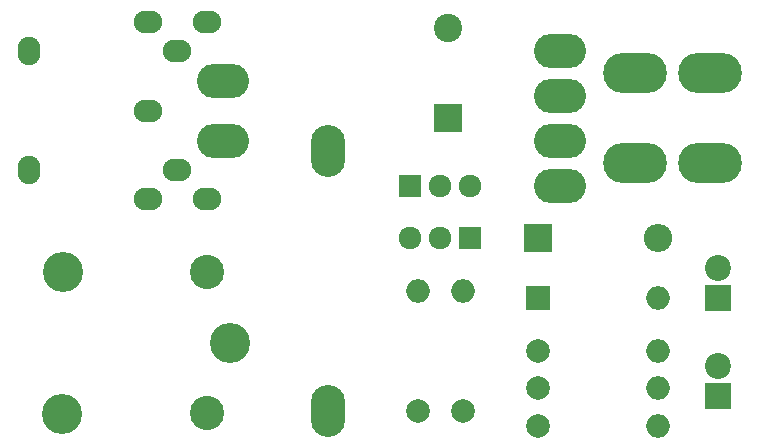
<source format=gbs>
G04 #@! TF.FileFunction,Soldermask,Bot*
%FSLAX46Y46*%
G04 Gerber Fmt 4.6, Leading zero omitted, Abs format (unit mm)*
G04 Created by KiCad (PCBNEW 4.0.7) date 07/31/19 21:21:32*
%MOMM*%
%LPD*%
G01*
G04 APERTURE LIST*
%ADD10C,0.100000*%
%ADD11R,2.000000X2.000000*%
%ADD12O,2.000000X2.000000*%
%ADD13R,2.200000X2.200000*%
%ADD14C,2.200000*%
%ADD15O,2.900000X4.400000*%
%ADD16C,2.900000*%
%ADD17C,3.400000*%
%ADD18C,2.000000*%
%ADD19C,1.920000*%
%ADD20R,1.920000X1.920000*%
%ADD21R,2.400000X2.400000*%
%ADD22O,2.400000X2.400000*%
%ADD23C,2.400000*%
%ADD24O,4.400000X2.900000*%
%ADD25O,5.400000X3.400000*%
%ADD26O,2.400000X1.924000*%
%ADD27O,1.924000X2.400000*%
G04 APERTURE END LIST*
D10*
D11*
X107950000Y-93345000D03*
D12*
X118110000Y-93345000D03*
D13*
X123190000Y-101600000D03*
D14*
X123190000Y-99060000D03*
D13*
X123190000Y-93345000D03*
D14*
X123190000Y-90805000D03*
D15*
X90170000Y-80870000D03*
X90170000Y-102870000D03*
D16*
X79965000Y-91105000D03*
D17*
X67765000Y-91105000D03*
X67715000Y-103155000D03*
D16*
X79965000Y-103105000D03*
D17*
X81915000Y-97155000D03*
D18*
X97790000Y-102870000D03*
D12*
X97790000Y-92710000D03*
D18*
X107950000Y-97790000D03*
D12*
X118110000Y-97790000D03*
D18*
X101600000Y-102870000D03*
D12*
X101600000Y-92710000D03*
D18*
X107950000Y-100965000D03*
D12*
X118110000Y-100965000D03*
D18*
X107950000Y-104140000D03*
D12*
X118110000Y-104140000D03*
D19*
X99695000Y-83820000D03*
X102235000Y-83820000D03*
D20*
X97155000Y-83820000D03*
D19*
X99695000Y-88265000D03*
X97155000Y-88265000D03*
D20*
X102235000Y-88265000D03*
D21*
X107950000Y-88265000D03*
D22*
X118110000Y-88265000D03*
D21*
X100330000Y-78105000D03*
D23*
X100330000Y-70505000D03*
D24*
X109855000Y-72390000D03*
X109855000Y-76200000D03*
X109855000Y-80010000D03*
X109855000Y-83820000D03*
D25*
X116205000Y-74295000D03*
X116205000Y-81915000D03*
X122555000Y-74295000D03*
X122555000Y-81915000D03*
D24*
X81280000Y-80010000D03*
X81280000Y-74930000D03*
D26*
X77430000Y-72470000D03*
X77430000Y-82470000D03*
X74930000Y-69970000D03*
X74930000Y-84970000D03*
D27*
X64930000Y-72470000D03*
X64930000Y-82470000D03*
D26*
X74930000Y-77470000D03*
X79930000Y-84970000D03*
X79930000Y-69970000D03*
M02*

</source>
